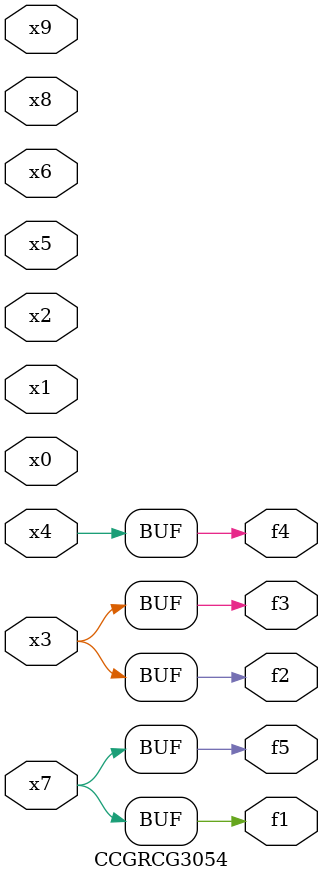
<source format=v>
module CCGRCG3054(
	input x0, x1, x2, x3, x4, x5, x6, x7, x8, x9,
	output f1, f2, f3, f4, f5
);
	assign f1 = x7;
	assign f2 = x3;
	assign f3 = x3;
	assign f4 = x4;
	assign f5 = x7;
endmodule

</source>
